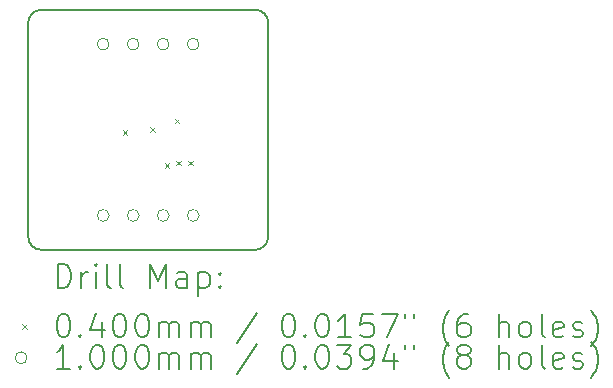
<source format=gbr>
%TF.GenerationSoftware,KiCad,Pcbnew,7.0.10*%
%TF.CreationDate,2025-02-08T17:36:18-05:00*%
%TF.ProjectId,pcb2,70636232-2e6b-4696-9361-645f70636258,rev?*%
%TF.SameCoordinates,Original*%
%TF.FileFunction,Drillmap*%
%TF.FilePolarity,Positive*%
%FSLAX45Y45*%
G04 Gerber Fmt 4.5, Leading zero omitted, Abs format (unit mm)*
G04 Created by KiCad (PCBNEW 7.0.10) date 2025-02-08 17:36:18*
%MOMM*%
%LPD*%
G01*
G04 APERTURE LIST*
%ADD10C,0.200000*%
%ADD11C,0.100000*%
G04 APERTURE END LIST*
D10*
X15070000Y-9350000D02*
G75*
G03*
X14960000Y-9460000I0J-110000D01*
G01*
X16992000Y-9460000D02*
G75*
G03*
X16882000Y-9350000I-110000J0D01*
G01*
X15070000Y-9350000D02*
X16882000Y-9350000D01*
X14960000Y-11272000D02*
G75*
G03*
X15070000Y-11382000I110000J0D01*
G01*
X14960000Y-11272000D02*
X14960000Y-9460000D01*
X16882000Y-11382000D02*
G75*
G03*
X16992000Y-11272000I0J110000D01*
G01*
X16992000Y-9460000D02*
X16992000Y-11272000D01*
X16882000Y-11382000D02*
X15070000Y-11382000D01*
D11*
X15760000Y-10370000D02*
X15800000Y-10410000D01*
X15800000Y-10370000D02*
X15760000Y-10410000D01*
X15995000Y-10345000D02*
X16035000Y-10385000D01*
X16035000Y-10345000D02*
X15995000Y-10385000D01*
X16115000Y-10647500D02*
X16155000Y-10687500D01*
X16155000Y-10647500D02*
X16115000Y-10687500D01*
X16201000Y-10271000D02*
X16241000Y-10311000D01*
X16241000Y-10271000D02*
X16201000Y-10311000D01*
X16215000Y-10627500D02*
X16255000Y-10667500D01*
X16255000Y-10627500D02*
X16215000Y-10667500D01*
X16315000Y-10627500D02*
X16355000Y-10667500D01*
X16355000Y-10627500D02*
X16315000Y-10667500D01*
X15645000Y-9641000D02*
G75*
G03*
X15545000Y-9641000I-50000J0D01*
G01*
X15545000Y-9641000D02*
G75*
G03*
X15645000Y-9641000I50000J0D01*
G01*
X15645000Y-11091000D02*
G75*
G03*
X15545000Y-11091000I-50000J0D01*
G01*
X15545000Y-11091000D02*
G75*
G03*
X15645000Y-11091000I50000J0D01*
G01*
X15899000Y-9641000D02*
G75*
G03*
X15799000Y-9641000I-50000J0D01*
G01*
X15799000Y-9641000D02*
G75*
G03*
X15899000Y-9641000I50000J0D01*
G01*
X15899000Y-11091000D02*
G75*
G03*
X15799000Y-11091000I-50000J0D01*
G01*
X15799000Y-11091000D02*
G75*
G03*
X15899000Y-11091000I50000J0D01*
G01*
X16153000Y-9641000D02*
G75*
G03*
X16053000Y-9641000I-50000J0D01*
G01*
X16053000Y-9641000D02*
G75*
G03*
X16153000Y-9641000I50000J0D01*
G01*
X16153000Y-11091000D02*
G75*
G03*
X16053000Y-11091000I-50000J0D01*
G01*
X16053000Y-11091000D02*
G75*
G03*
X16153000Y-11091000I50000J0D01*
G01*
X16407000Y-9641000D02*
G75*
G03*
X16307000Y-9641000I-50000J0D01*
G01*
X16307000Y-9641000D02*
G75*
G03*
X16407000Y-9641000I50000J0D01*
G01*
X16407000Y-11091000D02*
G75*
G03*
X16307000Y-11091000I-50000J0D01*
G01*
X16307000Y-11091000D02*
G75*
G03*
X16407000Y-11091000I50000J0D01*
G01*
D10*
X15210777Y-11703484D02*
X15210777Y-11503484D01*
X15210777Y-11503484D02*
X15258396Y-11503484D01*
X15258396Y-11503484D02*
X15286967Y-11513008D01*
X15286967Y-11513008D02*
X15306015Y-11532055D01*
X15306015Y-11532055D02*
X15315539Y-11551103D01*
X15315539Y-11551103D02*
X15325062Y-11589198D01*
X15325062Y-11589198D02*
X15325062Y-11617769D01*
X15325062Y-11617769D02*
X15315539Y-11655865D01*
X15315539Y-11655865D02*
X15306015Y-11674912D01*
X15306015Y-11674912D02*
X15286967Y-11693960D01*
X15286967Y-11693960D02*
X15258396Y-11703484D01*
X15258396Y-11703484D02*
X15210777Y-11703484D01*
X15410777Y-11703484D02*
X15410777Y-11570150D01*
X15410777Y-11608246D02*
X15420301Y-11589198D01*
X15420301Y-11589198D02*
X15429824Y-11579674D01*
X15429824Y-11579674D02*
X15448872Y-11570150D01*
X15448872Y-11570150D02*
X15467920Y-11570150D01*
X15534586Y-11703484D02*
X15534586Y-11570150D01*
X15534586Y-11503484D02*
X15525062Y-11513008D01*
X15525062Y-11513008D02*
X15534586Y-11522531D01*
X15534586Y-11522531D02*
X15544110Y-11513008D01*
X15544110Y-11513008D02*
X15534586Y-11503484D01*
X15534586Y-11503484D02*
X15534586Y-11522531D01*
X15658396Y-11703484D02*
X15639348Y-11693960D01*
X15639348Y-11693960D02*
X15629824Y-11674912D01*
X15629824Y-11674912D02*
X15629824Y-11503484D01*
X15763158Y-11703484D02*
X15744110Y-11693960D01*
X15744110Y-11693960D02*
X15734586Y-11674912D01*
X15734586Y-11674912D02*
X15734586Y-11503484D01*
X15991729Y-11703484D02*
X15991729Y-11503484D01*
X15991729Y-11503484D02*
X16058396Y-11646341D01*
X16058396Y-11646341D02*
X16125062Y-11503484D01*
X16125062Y-11503484D02*
X16125062Y-11703484D01*
X16306015Y-11703484D02*
X16306015Y-11598722D01*
X16306015Y-11598722D02*
X16296491Y-11579674D01*
X16296491Y-11579674D02*
X16277443Y-11570150D01*
X16277443Y-11570150D02*
X16239348Y-11570150D01*
X16239348Y-11570150D02*
X16220301Y-11579674D01*
X16306015Y-11693960D02*
X16286967Y-11703484D01*
X16286967Y-11703484D02*
X16239348Y-11703484D01*
X16239348Y-11703484D02*
X16220301Y-11693960D01*
X16220301Y-11693960D02*
X16210777Y-11674912D01*
X16210777Y-11674912D02*
X16210777Y-11655865D01*
X16210777Y-11655865D02*
X16220301Y-11636817D01*
X16220301Y-11636817D02*
X16239348Y-11627293D01*
X16239348Y-11627293D02*
X16286967Y-11627293D01*
X16286967Y-11627293D02*
X16306015Y-11617769D01*
X16401253Y-11570150D02*
X16401253Y-11770150D01*
X16401253Y-11579674D02*
X16420301Y-11570150D01*
X16420301Y-11570150D02*
X16458396Y-11570150D01*
X16458396Y-11570150D02*
X16477443Y-11579674D01*
X16477443Y-11579674D02*
X16486967Y-11589198D01*
X16486967Y-11589198D02*
X16496491Y-11608246D01*
X16496491Y-11608246D02*
X16496491Y-11665388D01*
X16496491Y-11665388D02*
X16486967Y-11684436D01*
X16486967Y-11684436D02*
X16477443Y-11693960D01*
X16477443Y-11693960D02*
X16458396Y-11703484D01*
X16458396Y-11703484D02*
X16420301Y-11703484D01*
X16420301Y-11703484D02*
X16401253Y-11693960D01*
X16582205Y-11684436D02*
X16591729Y-11693960D01*
X16591729Y-11693960D02*
X16582205Y-11703484D01*
X16582205Y-11703484D02*
X16572682Y-11693960D01*
X16572682Y-11693960D02*
X16582205Y-11684436D01*
X16582205Y-11684436D02*
X16582205Y-11703484D01*
X16582205Y-11579674D02*
X16591729Y-11589198D01*
X16591729Y-11589198D02*
X16582205Y-11598722D01*
X16582205Y-11598722D02*
X16572682Y-11589198D01*
X16572682Y-11589198D02*
X16582205Y-11579674D01*
X16582205Y-11579674D02*
X16582205Y-11598722D01*
D11*
X14910000Y-12012000D02*
X14950000Y-12052000D01*
X14950000Y-12012000D02*
X14910000Y-12052000D01*
D10*
X15248872Y-11923484D02*
X15267920Y-11923484D01*
X15267920Y-11923484D02*
X15286967Y-11933008D01*
X15286967Y-11933008D02*
X15296491Y-11942531D01*
X15296491Y-11942531D02*
X15306015Y-11961579D01*
X15306015Y-11961579D02*
X15315539Y-11999674D01*
X15315539Y-11999674D02*
X15315539Y-12047293D01*
X15315539Y-12047293D02*
X15306015Y-12085388D01*
X15306015Y-12085388D02*
X15296491Y-12104436D01*
X15296491Y-12104436D02*
X15286967Y-12113960D01*
X15286967Y-12113960D02*
X15267920Y-12123484D01*
X15267920Y-12123484D02*
X15248872Y-12123484D01*
X15248872Y-12123484D02*
X15229824Y-12113960D01*
X15229824Y-12113960D02*
X15220301Y-12104436D01*
X15220301Y-12104436D02*
X15210777Y-12085388D01*
X15210777Y-12085388D02*
X15201253Y-12047293D01*
X15201253Y-12047293D02*
X15201253Y-11999674D01*
X15201253Y-11999674D02*
X15210777Y-11961579D01*
X15210777Y-11961579D02*
X15220301Y-11942531D01*
X15220301Y-11942531D02*
X15229824Y-11933008D01*
X15229824Y-11933008D02*
X15248872Y-11923484D01*
X15401253Y-12104436D02*
X15410777Y-12113960D01*
X15410777Y-12113960D02*
X15401253Y-12123484D01*
X15401253Y-12123484D02*
X15391729Y-12113960D01*
X15391729Y-12113960D02*
X15401253Y-12104436D01*
X15401253Y-12104436D02*
X15401253Y-12123484D01*
X15582205Y-11990150D02*
X15582205Y-12123484D01*
X15534586Y-11913960D02*
X15486967Y-12056817D01*
X15486967Y-12056817D02*
X15610777Y-12056817D01*
X15725062Y-11923484D02*
X15744110Y-11923484D01*
X15744110Y-11923484D02*
X15763158Y-11933008D01*
X15763158Y-11933008D02*
X15772682Y-11942531D01*
X15772682Y-11942531D02*
X15782205Y-11961579D01*
X15782205Y-11961579D02*
X15791729Y-11999674D01*
X15791729Y-11999674D02*
X15791729Y-12047293D01*
X15791729Y-12047293D02*
X15782205Y-12085388D01*
X15782205Y-12085388D02*
X15772682Y-12104436D01*
X15772682Y-12104436D02*
X15763158Y-12113960D01*
X15763158Y-12113960D02*
X15744110Y-12123484D01*
X15744110Y-12123484D02*
X15725062Y-12123484D01*
X15725062Y-12123484D02*
X15706015Y-12113960D01*
X15706015Y-12113960D02*
X15696491Y-12104436D01*
X15696491Y-12104436D02*
X15686967Y-12085388D01*
X15686967Y-12085388D02*
X15677443Y-12047293D01*
X15677443Y-12047293D02*
X15677443Y-11999674D01*
X15677443Y-11999674D02*
X15686967Y-11961579D01*
X15686967Y-11961579D02*
X15696491Y-11942531D01*
X15696491Y-11942531D02*
X15706015Y-11933008D01*
X15706015Y-11933008D02*
X15725062Y-11923484D01*
X15915539Y-11923484D02*
X15934586Y-11923484D01*
X15934586Y-11923484D02*
X15953634Y-11933008D01*
X15953634Y-11933008D02*
X15963158Y-11942531D01*
X15963158Y-11942531D02*
X15972682Y-11961579D01*
X15972682Y-11961579D02*
X15982205Y-11999674D01*
X15982205Y-11999674D02*
X15982205Y-12047293D01*
X15982205Y-12047293D02*
X15972682Y-12085388D01*
X15972682Y-12085388D02*
X15963158Y-12104436D01*
X15963158Y-12104436D02*
X15953634Y-12113960D01*
X15953634Y-12113960D02*
X15934586Y-12123484D01*
X15934586Y-12123484D02*
X15915539Y-12123484D01*
X15915539Y-12123484D02*
X15896491Y-12113960D01*
X15896491Y-12113960D02*
X15886967Y-12104436D01*
X15886967Y-12104436D02*
X15877443Y-12085388D01*
X15877443Y-12085388D02*
X15867920Y-12047293D01*
X15867920Y-12047293D02*
X15867920Y-11999674D01*
X15867920Y-11999674D02*
X15877443Y-11961579D01*
X15877443Y-11961579D02*
X15886967Y-11942531D01*
X15886967Y-11942531D02*
X15896491Y-11933008D01*
X15896491Y-11933008D02*
X15915539Y-11923484D01*
X16067920Y-12123484D02*
X16067920Y-11990150D01*
X16067920Y-12009198D02*
X16077443Y-11999674D01*
X16077443Y-11999674D02*
X16096491Y-11990150D01*
X16096491Y-11990150D02*
X16125063Y-11990150D01*
X16125063Y-11990150D02*
X16144110Y-11999674D01*
X16144110Y-11999674D02*
X16153634Y-12018722D01*
X16153634Y-12018722D02*
X16153634Y-12123484D01*
X16153634Y-12018722D02*
X16163158Y-11999674D01*
X16163158Y-11999674D02*
X16182205Y-11990150D01*
X16182205Y-11990150D02*
X16210777Y-11990150D01*
X16210777Y-11990150D02*
X16229824Y-11999674D01*
X16229824Y-11999674D02*
X16239348Y-12018722D01*
X16239348Y-12018722D02*
X16239348Y-12123484D01*
X16334586Y-12123484D02*
X16334586Y-11990150D01*
X16334586Y-12009198D02*
X16344110Y-11999674D01*
X16344110Y-11999674D02*
X16363158Y-11990150D01*
X16363158Y-11990150D02*
X16391729Y-11990150D01*
X16391729Y-11990150D02*
X16410777Y-11999674D01*
X16410777Y-11999674D02*
X16420301Y-12018722D01*
X16420301Y-12018722D02*
X16420301Y-12123484D01*
X16420301Y-12018722D02*
X16429824Y-11999674D01*
X16429824Y-11999674D02*
X16448872Y-11990150D01*
X16448872Y-11990150D02*
X16477443Y-11990150D01*
X16477443Y-11990150D02*
X16496491Y-11999674D01*
X16496491Y-11999674D02*
X16506015Y-12018722D01*
X16506015Y-12018722D02*
X16506015Y-12123484D01*
X16896491Y-11913960D02*
X16725063Y-12171103D01*
X17153634Y-11923484D02*
X17172682Y-11923484D01*
X17172682Y-11923484D02*
X17191729Y-11933008D01*
X17191729Y-11933008D02*
X17201253Y-11942531D01*
X17201253Y-11942531D02*
X17210777Y-11961579D01*
X17210777Y-11961579D02*
X17220301Y-11999674D01*
X17220301Y-11999674D02*
X17220301Y-12047293D01*
X17220301Y-12047293D02*
X17210777Y-12085388D01*
X17210777Y-12085388D02*
X17201253Y-12104436D01*
X17201253Y-12104436D02*
X17191729Y-12113960D01*
X17191729Y-12113960D02*
X17172682Y-12123484D01*
X17172682Y-12123484D02*
X17153634Y-12123484D01*
X17153634Y-12123484D02*
X17134587Y-12113960D01*
X17134587Y-12113960D02*
X17125063Y-12104436D01*
X17125063Y-12104436D02*
X17115539Y-12085388D01*
X17115539Y-12085388D02*
X17106015Y-12047293D01*
X17106015Y-12047293D02*
X17106015Y-11999674D01*
X17106015Y-11999674D02*
X17115539Y-11961579D01*
X17115539Y-11961579D02*
X17125063Y-11942531D01*
X17125063Y-11942531D02*
X17134587Y-11933008D01*
X17134587Y-11933008D02*
X17153634Y-11923484D01*
X17306015Y-12104436D02*
X17315539Y-12113960D01*
X17315539Y-12113960D02*
X17306015Y-12123484D01*
X17306015Y-12123484D02*
X17296491Y-12113960D01*
X17296491Y-12113960D02*
X17306015Y-12104436D01*
X17306015Y-12104436D02*
X17306015Y-12123484D01*
X17439348Y-11923484D02*
X17458396Y-11923484D01*
X17458396Y-11923484D02*
X17477444Y-11933008D01*
X17477444Y-11933008D02*
X17486968Y-11942531D01*
X17486968Y-11942531D02*
X17496491Y-11961579D01*
X17496491Y-11961579D02*
X17506015Y-11999674D01*
X17506015Y-11999674D02*
X17506015Y-12047293D01*
X17506015Y-12047293D02*
X17496491Y-12085388D01*
X17496491Y-12085388D02*
X17486968Y-12104436D01*
X17486968Y-12104436D02*
X17477444Y-12113960D01*
X17477444Y-12113960D02*
X17458396Y-12123484D01*
X17458396Y-12123484D02*
X17439348Y-12123484D01*
X17439348Y-12123484D02*
X17420301Y-12113960D01*
X17420301Y-12113960D02*
X17410777Y-12104436D01*
X17410777Y-12104436D02*
X17401253Y-12085388D01*
X17401253Y-12085388D02*
X17391729Y-12047293D01*
X17391729Y-12047293D02*
X17391729Y-11999674D01*
X17391729Y-11999674D02*
X17401253Y-11961579D01*
X17401253Y-11961579D02*
X17410777Y-11942531D01*
X17410777Y-11942531D02*
X17420301Y-11933008D01*
X17420301Y-11933008D02*
X17439348Y-11923484D01*
X17696491Y-12123484D02*
X17582206Y-12123484D01*
X17639348Y-12123484D02*
X17639348Y-11923484D01*
X17639348Y-11923484D02*
X17620301Y-11952055D01*
X17620301Y-11952055D02*
X17601253Y-11971103D01*
X17601253Y-11971103D02*
X17582206Y-11980627D01*
X17877444Y-11923484D02*
X17782206Y-11923484D01*
X17782206Y-11923484D02*
X17772682Y-12018722D01*
X17772682Y-12018722D02*
X17782206Y-12009198D01*
X17782206Y-12009198D02*
X17801253Y-11999674D01*
X17801253Y-11999674D02*
X17848872Y-11999674D01*
X17848872Y-11999674D02*
X17867920Y-12009198D01*
X17867920Y-12009198D02*
X17877444Y-12018722D01*
X17877444Y-12018722D02*
X17886968Y-12037769D01*
X17886968Y-12037769D02*
X17886968Y-12085388D01*
X17886968Y-12085388D02*
X17877444Y-12104436D01*
X17877444Y-12104436D02*
X17867920Y-12113960D01*
X17867920Y-12113960D02*
X17848872Y-12123484D01*
X17848872Y-12123484D02*
X17801253Y-12123484D01*
X17801253Y-12123484D02*
X17782206Y-12113960D01*
X17782206Y-12113960D02*
X17772682Y-12104436D01*
X17953634Y-11923484D02*
X18086968Y-11923484D01*
X18086968Y-11923484D02*
X18001253Y-12123484D01*
X18153634Y-11923484D02*
X18153634Y-11961579D01*
X18229825Y-11923484D02*
X18229825Y-11961579D01*
X18525063Y-12199674D02*
X18515539Y-12190150D01*
X18515539Y-12190150D02*
X18496491Y-12161579D01*
X18496491Y-12161579D02*
X18486968Y-12142531D01*
X18486968Y-12142531D02*
X18477444Y-12113960D01*
X18477444Y-12113960D02*
X18467920Y-12066341D01*
X18467920Y-12066341D02*
X18467920Y-12028246D01*
X18467920Y-12028246D02*
X18477444Y-11980627D01*
X18477444Y-11980627D02*
X18486968Y-11952055D01*
X18486968Y-11952055D02*
X18496491Y-11933008D01*
X18496491Y-11933008D02*
X18515539Y-11904436D01*
X18515539Y-11904436D02*
X18525063Y-11894912D01*
X18686968Y-11923484D02*
X18648872Y-11923484D01*
X18648872Y-11923484D02*
X18629825Y-11933008D01*
X18629825Y-11933008D02*
X18620301Y-11942531D01*
X18620301Y-11942531D02*
X18601253Y-11971103D01*
X18601253Y-11971103D02*
X18591730Y-12009198D01*
X18591730Y-12009198D02*
X18591730Y-12085388D01*
X18591730Y-12085388D02*
X18601253Y-12104436D01*
X18601253Y-12104436D02*
X18610777Y-12113960D01*
X18610777Y-12113960D02*
X18629825Y-12123484D01*
X18629825Y-12123484D02*
X18667920Y-12123484D01*
X18667920Y-12123484D02*
X18686968Y-12113960D01*
X18686968Y-12113960D02*
X18696491Y-12104436D01*
X18696491Y-12104436D02*
X18706015Y-12085388D01*
X18706015Y-12085388D02*
X18706015Y-12037769D01*
X18706015Y-12037769D02*
X18696491Y-12018722D01*
X18696491Y-12018722D02*
X18686968Y-12009198D01*
X18686968Y-12009198D02*
X18667920Y-11999674D01*
X18667920Y-11999674D02*
X18629825Y-11999674D01*
X18629825Y-11999674D02*
X18610777Y-12009198D01*
X18610777Y-12009198D02*
X18601253Y-12018722D01*
X18601253Y-12018722D02*
X18591730Y-12037769D01*
X18944111Y-12123484D02*
X18944111Y-11923484D01*
X19029825Y-12123484D02*
X19029825Y-12018722D01*
X19029825Y-12018722D02*
X19020301Y-11999674D01*
X19020301Y-11999674D02*
X19001253Y-11990150D01*
X19001253Y-11990150D02*
X18972682Y-11990150D01*
X18972682Y-11990150D02*
X18953634Y-11999674D01*
X18953634Y-11999674D02*
X18944111Y-12009198D01*
X19153634Y-12123484D02*
X19134587Y-12113960D01*
X19134587Y-12113960D02*
X19125063Y-12104436D01*
X19125063Y-12104436D02*
X19115539Y-12085388D01*
X19115539Y-12085388D02*
X19115539Y-12028246D01*
X19115539Y-12028246D02*
X19125063Y-12009198D01*
X19125063Y-12009198D02*
X19134587Y-11999674D01*
X19134587Y-11999674D02*
X19153634Y-11990150D01*
X19153634Y-11990150D02*
X19182206Y-11990150D01*
X19182206Y-11990150D02*
X19201253Y-11999674D01*
X19201253Y-11999674D02*
X19210777Y-12009198D01*
X19210777Y-12009198D02*
X19220301Y-12028246D01*
X19220301Y-12028246D02*
X19220301Y-12085388D01*
X19220301Y-12085388D02*
X19210777Y-12104436D01*
X19210777Y-12104436D02*
X19201253Y-12113960D01*
X19201253Y-12113960D02*
X19182206Y-12123484D01*
X19182206Y-12123484D02*
X19153634Y-12123484D01*
X19334587Y-12123484D02*
X19315539Y-12113960D01*
X19315539Y-12113960D02*
X19306015Y-12094912D01*
X19306015Y-12094912D02*
X19306015Y-11923484D01*
X19486968Y-12113960D02*
X19467920Y-12123484D01*
X19467920Y-12123484D02*
X19429825Y-12123484D01*
X19429825Y-12123484D02*
X19410777Y-12113960D01*
X19410777Y-12113960D02*
X19401253Y-12094912D01*
X19401253Y-12094912D02*
X19401253Y-12018722D01*
X19401253Y-12018722D02*
X19410777Y-11999674D01*
X19410777Y-11999674D02*
X19429825Y-11990150D01*
X19429825Y-11990150D02*
X19467920Y-11990150D01*
X19467920Y-11990150D02*
X19486968Y-11999674D01*
X19486968Y-11999674D02*
X19496492Y-12018722D01*
X19496492Y-12018722D02*
X19496492Y-12037769D01*
X19496492Y-12037769D02*
X19401253Y-12056817D01*
X19572682Y-12113960D02*
X19591730Y-12123484D01*
X19591730Y-12123484D02*
X19629825Y-12123484D01*
X19629825Y-12123484D02*
X19648873Y-12113960D01*
X19648873Y-12113960D02*
X19658396Y-12094912D01*
X19658396Y-12094912D02*
X19658396Y-12085388D01*
X19658396Y-12085388D02*
X19648873Y-12066341D01*
X19648873Y-12066341D02*
X19629825Y-12056817D01*
X19629825Y-12056817D02*
X19601253Y-12056817D01*
X19601253Y-12056817D02*
X19582206Y-12047293D01*
X19582206Y-12047293D02*
X19572682Y-12028246D01*
X19572682Y-12028246D02*
X19572682Y-12018722D01*
X19572682Y-12018722D02*
X19582206Y-11999674D01*
X19582206Y-11999674D02*
X19601253Y-11990150D01*
X19601253Y-11990150D02*
X19629825Y-11990150D01*
X19629825Y-11990150D02*
X19648873Y-11999674D01*
X19725063Y-12199674D02*
X19734587Y-12190150D01*
X19734587Y-12190150D02*
X19753634Y-12161579D01*
X19753634Y-12161579D02*
X19763158Y-12142531D01*
X19763158Y-12142531D02*
X19772682Y-12113960D01*
X19772682Y-12113960D02*
X19782206Y-12066341D01*
X19782206Y-12066341D02*
X19782206Y-12028246D01*
X19782206Y-12028246D02*
X19772682Y-11980627D01*
X19772682Y-11980627D02*
X19763158Y-11952055D01*
X19763158Y-11952055D02*
X19753634Y-11933008D01*
X19753634Y-11933008D02*
X19734587Y-11904436D01*
X19734587Y-11904436D02*
X19725063Y-11894912D01*
D11*
X14950000Y-12296000D02*
G75*
G03*
X14850000Y-12296000I-50000J0D01*
G01*
X14850000Y-12296000D02*
G75*
G03*
X14950000Y-12296000I50000J0D01*
G01*
D10*
X15315539Y-12387484D02*
X15201253Y-12387484D01*
X15258396Y-12387484D02*
X15258396Y-12187484D01*
X15258396Y-12187484D02*
X15239348Y-12216055D01*
X15239348Y-12216055D02*
X15220301Y-12235103D01*
X15220301Y-12235103D02*
X15201253Y-12244627D01*
X15401253Y-12368436D02*
X15410777Y-12377960D01*
X15410777Y-12377960D02*
X15401253Y-12387484D01*
X15401253Y-12387484D02*
X15391729Y-12377960D01*
X15391729Y-12377960D02*
X15401253Y-12368436D01*
X15401253Y-12368436D02*
X15401253Y-12387484D01*
X15534586Y-12187484D02*
X15553634Y-12187484D01*
X15553634Y-12187484D02*
X15572682Y-12197008D01*
X15572682Y-12197008D02*
X15582205Y-12206531D01*
X15582205Y-12206531D02*
X15591729Y-12225579D01*
X15591729Y-12225579D02*
X15601253Y-12263674D01*
X15601253Y-12263674D02*
X15601253Y-12311293D01*
X15601253Y-12311293D02*
X15591729Y-12349388D01*
X15591729Y-12349388D02*
X15582205Y-12368436D01*
X15582205Y-12368436D02*
X15572682Y-12377960D01*
X15572682Y-12377960D02*
X15553634Y-12387484D01*
X15553634Y-12387484D02*
X15534586Y-12387484D01*
X15534586Y-12387484D02*
X15515539Y-12377960D01*
X15515539Y-12377960D02*
X15506015Y-12368436D01*
X15506015Y-12368436D02*
X15496491Y-12349388D01*
X15496491Y-12349388D02*
X15486967Y-12311293D01*
X15486967Y-12311293D02*
X15486967Y-12263674D01*
X15486967Y-12263674D02*
X15496491Y-12225579D01*
X15496491Y-12225579D02*
X15506015Y-12206531D01*
X15506015Y-12206531D02*
X15515539Y-12197008D01*
X15515539Y-12197008D02*
X15534586Y-12187484D01*
X15725062Y-12187484D02*
X15744110Y-12187484D01*
X15744110Y-12187484D02*
X15763158Y-12197008D01*
X15763158Y-12197008D02*
X15772682Y-12206531D01*
X15772682Y-12206531D02*
X15782205Y-12225579D01*
X15782205Y-12225579D02*
X15791729Y-12263674D01*
X15791729Y-12263674D02*
X15791729Y-12311293D01*
X15791729Y-12311293D02*
X15782205Y-12349388D01*
X15782205Y-12349388D02*
X15772682Y-12368436D01*
X15772682Y-12368436D02*
X15763158Y-12377960D01*
X15763158Y-12377960D02*
X15744110Y-12387484D01*
X15744110Y-12387484D02*
X15725062Y-12387484D01*
X15725062Y-12387484D02*
X15706015Y-12377960D01*
X15706015Y-12377960D02*
X15696491Y-12368436D01*
X15696491Y-12368436D02*
X15686967Y-12349388D01*
X15686967Y-12349388D02*
X15677443Y-12311293D01*
X15677443Y-12311293D02*
X15677443Y-12263674D01*
X15677443Y-12263674D02*
X15686967Y-12225579D01*
X15686967Y-12225579D02*
X15696491Y-12206531D01*
X15696491Y-12206531D02*
X15706015Y-12197008D01*
X15706015Y-12197008D02*
X15725062Y-12187484D01*
X15915539Y-12187484D02*
X15934586Y-12187484D01*
X15934586Y-12187484D02*
X15953634Y-12197008D01*
X15953634Y-12197008D02*
X15963158Y-12206531D01*
X15963158Y-12206531D02*
X15972682Y-12225579D01*
X15972682Y-12225579D02*
X15982205Y-12263674D01*
X15982205Y-12263674D02*
X15982205Y-12311293D01*
X15982205Y-12311293D02*
X15972682Y-12349388D01*
X15972682Y-12349388D02*
X15963158Y-12368436D01*
X15963158Y-12368436D02*
X15953634Y-12377960D01*
X15953634Y-12377960D02*
X15934586Y-12387484D01*
X15934586Y-12387484D02*
X15915539Y-12387484D01*
X15915539Y-12387484D02*
X15896491Y-12377960D01*
X15896491Y-12377960D02*
X15886967Y-12368436D01*
X15886967Y-12368436D02*
X15877443Y-12349388D01*
X15877443Y-12349388D02*
X15867920Y-12311293D01*
X15867920Y-12311293D02*
X15867920Y-12263674D01*
X15867920Y-12263674D02*
X15877443Y-12225579D01*
X15877443Y-12225579D02*
X15886967Y-12206531D01*
X15886967Y-12206531D02*
X15896491Y-12197008D01*
X15896491Y-12197008D02*
X15915539Y-12187484D01*
X16067920Y-12387484D02*
X16067920Y-12254150D01*
X16067920Y-12273198D02*
X16077443Y-12263674D01*
X16077443Y-12263674D02*
X16096491Y-12254150D01*
X16096491Y-12254150D02*
X16125063Y-12254150D01*
X16125063Y-12254150D02*
X16144110Y-12263674D01*
X16144110Y-12263674D02*
X16153634Y-12282722D01*
X16153634Y-12282722D02*
X16153634Y-12387484D01*
X16153634Y-12282722D02*
X16163158Y-12263674D01*
X16163158Y-12263674D02*
X16182205Y-12254150D01*
X16182205Y-12254150D02*
X16210777Y-12254150D01*
X16210777Y-12254150D02*
X16229824Y-12263674D01*
X16229824Y-12263674D02*
X16239348Y-12282722D01*
X16239348Y-12282722D02*
X16239348Y-12387484D01*
X16334586Y-12387484D02*
X16334586Y-12254150D01*
X16334586Y-12273198D02*
X16344110Y-12263674D01*
X16344110Y-12263674D02*
X16363158Y-12254150D01*
X16363158Y-12254150D02*
X16391729Y-12254150D01*
X16391729Y-12254150D02*
X16410777Y-12263674D01*
X16410777Y-12263674D02*
X16420301Y-12282722D01*
X16420301Y-12282722D02*
X16420301Y-12387484D01*
X16420301Y-12282722D02*
X16429824Y-12263674D01*
X16429824Y-12263674D02*
X16448872Y-12254150D01*
X16448872Y-12254150D02*
X16477443Y-12254150D01*
X16477443Y-12254150D02*
X16496491Y-12263674D01*
X16496491Y-12263674D02*
X16506015Y-12282722D01*
X16506015Y-12282722D02*
X16506015Y-12387484D01*
X16896491Y-12177960D02*
X16725063Y-12435103D01*
X17153634Y-12187484D02*
X17172682Y-12187484D01*
X17172682Y-12187484D02*
X17191729Y-12197008D01*
X17191729Y-12197008D02*
X17201253Y-12206531D01*
X17201253Y-12206531D02*
X17210777Y-12225579D01*
X17210777Y-12225579D02*
X17220301Y-12263674D01*
X17220301Y-12263674D02*
X17220301Y-12311293D01*
X17220301Y-12311293D02*
X17210777Y-12349388D01*
X17210777Y-12349388D02*
X17201253Y-12368436D01*
X17201253Y-12368436D02*
X17191729Y-12377960D01*
X17191729Y-12377960D02*
X17172682Y-12387484D01*
X17172682Y-12387484D02*
X17153634Y-12387484D01*
X17153634Y-12387484D02*
X17134587Y-12377960D01*
X17134587Y-12377960D02*
X17125063Y-12368436D01*
X17125063Y-12368436D02*
X17115539Y-12349388D01*
X17115539Y-12349388D02*
X17106015Y-12311293D01*
X17106015Y-12311293D02*
X17106015Y-12263674D01*
X17106015Y-12263674D02*
X17115539Y-12225579D01*
X17115539Y-12225579D02*
X17125063Y-12206531D01*
X17125063Y-12206531D02*
X17134587Y-12197008D01*
X17134587Y-12197008D02*
X17153634Y-12187484D01*
X17306015Y-12368436D02*
X17315539Y-12377960D01*
X17315539Y-12377960D02*
X17306015Y-12387484D01*
X17306015Y-12387484D02*
X17296491Y-12377960D01*
X17296491Y-12377960D02*
X17306015Y-12368436D01*
X17306015Y-12368436D02*
X17306015Y-12387484D01*
X17439348Y-12187484D02*
X17458396Y-12187484D01*
X17458396Y-12187484D02*
X17477444Y-12197008D01*
X17477444Y-12197008D02*
X17486968Y-12206531D01*
X17486968Y-12206531D02*
X17496491Y-12225579D01*
X17496491Y-12225579D02*
X17506015Y-12263674D01*
X17506015Y-12263674D02*
X17506015Y-12311293D01*
X17506015Y-12311293D02*
X17496491Y-12349388D01*
X17496491Y-12349388D02*
X17486968Y-12368436D01*
X17486968Y-12368436D02*
X17477444Y-12377960D01*
X17477444Y-12377960D02*
X17458396Y-12387484D01*
X17458396Y-12387484D02*
X17439348Y-12387484D01*
X17439348Y-12387484D02*
X17420301Y-12377960D01*
X17420301Y-12377960D02*
X17410777Y-12368436D01*
X17410777Y-12368436D02*
X17401253Y-12349388D01*
X17401253Y-12349388D02*
X17391729Y-12311293D01*
X17391729Y-12311293D02*
X17391729Y-12263674D01*
X17391729Y-12263674D02*
X17401253Y-12225579D01*
X17401253Y-12225579D02*
X17410777Y-12206531D01*
X17410777Y-12206531D02*
X17420301Y-12197008D01*
X17420301Y-12197008D02*
X17439348Y-12187484D01*
X17572682Y-12187484D02*
X17696491Y-12187484D01*
X17696491Y-12187484D02*
X17629825Y-12263674D01*
X17629825Y-12263674D02*
X17658396Y-12263674D01*
X17658396Y-12263674D02*
X17677444Y-12273198D01*
X17677444Y-12273198D02*
X17686968Y-12282722D01*
X17686968Y-12282722D02*
X17696491Y-12301769D01*
X17696491Y-12301769D02*
X17696491Y-12349388D01*
X17696491Y-12349388D02*
X17686968Y-12368436D01*
X17686968Y-12368436D02*
X17677444Y-12377960D01*
X17677444Y-12377960D02*
X17658396Y-12387484D01*
X17658396Y-12387484D02*
X17601253Y-12387484D01*
X17601253Y-12387484D02*
X17582206Y-12377960D01*
X17582206Y-12377960D02*
X17572682Y-12368436D01*
X17791729Y-12387484D02*
X17829825Y-12387484D01*
X17829825Y-12387484D02*
X17848872Y-12377960D01*
X17848872Y-12377960D02*
X17858396Y-12368436D01*
X17858396Y-12368436D02*
X17877444Y-12339865D01*
X17877444Y-12339865D02*
X17886968Y-12301769D01*
X17886968Y-12301769D02*
X17886968Y-12225579D01*
X17886968Y-12225579D02*
X17877444Y-12206531D01*
X17877444Y-12206531D02*
X17867920Y-12197008D01*
X17867920Y-12197008D02*
X17848872Y-12187484D01*
X17848872Y-12187484D02*
X17810777Y-12187484D01*
X17810777Y-12187484D02*
X17791729Y-12197008D01*
X17791729Y-12197008D02*
X17782206Y-12206531D01*
X17782206Y-12206531D02*
X17772682Y-12225579D01*
X17772682Y-12225579D02*
X17772682Y-12273198D01*
X17772682Y-12273198D02*
X17782206Y-12292246D01*
X17782206Y-12292246D02*
X17791729Y-12301769D01*
X17791729Y-12301769D02*
X17810777Y-12311293D01*
X17810777Y-12311293D02*
X17848872Y-12311293D01*
X17848872Y-12311293D02*
X17867920Y-12301769D01*
X17867920Y-12301769D02*
X17877444Y-12292246D01*
X17877444Y-12292246D02*
X17886968Y-12273198D01*
X18058396Y-12254150D02*
X18058396Y-12387484D01*
X18010777Y-12177960D02*
X17963158Y-12320817D01*
X17963158Y-12320817D02*
X18086968Y-12320817D01*
X18153634Y-12187484D02*
X18153634Y-12225579D01*
X18229825Y-12187484D02*
X18229825Y-12225579D01*
X18525063Y-12463674D02*
X18515539Y-12454150D01*
X18515539Y-12454150D02*
X18496491Y-12425579D01*
X18496491Y-12425579D02*
X18486968Y-12406531D01*
X18486968Y-12406531D02*
X18477444Y-12377960D01*
X18477444Y-12377960D02*
X18467920Y-12330341D01*
X18467920Y-12330341D02*
X18467920Y-12292246D01*
X18467920Y-12292246D02*
X18477444Y-12244627D01*
X18477444Y-12244627D02*
X18486968Y-12216055D01*
X18486968Y-12216055D02*
X18496491Y-12197008D01*
X18496491Y-12197008D02*
X18515539Y-12168436D01*
X18515539Y-12168436D02*
X18525063Y-12158912D01*
X18629825Y-12273198D02*
X18610777Y-12263674D01*
X18610777Y-12263674D02*
X18601253Y-12254150D01*
X18601253Y-12254150D02*
X18591730Y-12235103D01*
X18591730Y-12235103D02*
X18591730Y-12225579D01*
X18591730Y-12225579D02*
X18601253Y-12206531D01*
X18601253Y-12206531D02*
X18610777Y-12197008D01*
X18610777Y-12197008D02*
X18629825Y-12187484D01*
X18629825Y-12187484D02*
X18667920Y-12187484D01*
X18667920Y-12187484D02*
X18686968Y-12197008D01*
X18686968Y-12197008D02*
X18696491Y-12206531D01*
X18696491Y-12206531D02*
X18706015Y-12225579D01*
X18706015Y-12225579D02*
X18706015Y-12235103D01*
X18706015Y-12235103D02*
X18696491Y-12254150D01*
X18696491Y-12254150D02*
X18686968Y-12263674D01*
X18686968Y-12263674D02*
X18667920Y-12273198D01*
X18667920Y-12273198D02*
X18629825Y-12273198D01*
X18629825Y-12273198D02*
X18610777Y-12282722D01*
X18610777Y-12282722D02*
X18601253Y-12292246D01*
X18601253Y-12292246D02*
X18591730Y-12311293D01*
X18591730Y-12311293D02*
X18591730Y-12349388D01*
X18591730Y-12349388D02*
X18601253Y-12368436D01*
X18601253Y-12368436D02*
X18610777Y-12377960D01*
X18610777Y-12377960D02*
X18629825Y-12387484D01*
X18629825Y-12387484D02*
X18667920Y-12387484D01*
X18667920Y-12387484D02*
X18686968Y-12377960D01*
X18686968Y-12377960D02*
X18696491Y-12368436D01*
X18696491Y-12368436D02*
X18706015Y-12349388D01*
X18706015Y-12349388D02*
X18706015Y-12311293D01*
X18706015Y-12311293D02*
X18696491Y-12292246D01*
X18696491Y-12292246D02*
X18686968Y-12282722D01*
X18686968Y-12282722D02*
X18667920Y-12273198D01*
X18944111Y-12387484D02*
X18944111Y-12187484D01*
X19029825Y-12387484D02*
X19029825Y-12282722D01*
X19029825Y-12282722D02*
X19020301Y-12263674D01*
X19020301Y-12263674D02*
X19001253Y-12254150D01*
X19001253Y-12254150D02*
X18972682Y-12254150D01*
X18972682Y-12254150D02*
X18953634Y-12263674D01*
X18953634Y-12263674D02*
X18944111Y-12273198D01*
X19153634Y-12387484D02*
X19134587Y-12377960D01*
X19134587Y-12377960D02*
X19125063Y-12368436D01*
X19125063Y-12368436D02*
X19115539Y-12349388D01*
X19115539Y-12349388D02*
X19115539Y-12292246D01*
X19115539Y-12292246D02*
X19125063Y-12273198D01*
X19125063Y-12273198D02*
X19134587Y-12263674D01*
X19134587Y-12263674D02*
X19153634Y-12254150D01*
X19153634Y-12254150D02*
X19182206Y-12254150D01*
X19182206Y-12254150D02*
X19201253Y-12263674D01*
X19201253Y-12263674D02*
X19210777Y-12273198D01*
X19210777Y-12273198D02*
X19220301Y-12292246D01*
X19220301Y-12292246D02*
X19220301Y-12349388D01*
X19220301Y-12349388D02*
X19210777Y-12368436D01*
X19210777Y-12368436D02*
X19201253Y-12377960D01*
X19201253Y-12377960D02*
X19182206Y-12387484D01*
X19182206Y-12387484D02*
X19153634Y-12387484D01*
X19334587Y-12387484D02*
X19315539Y-12377960D01*
X19315539Y-12377960D02*
X19306015Y-12358912D01*
X19306015Y-12358912D02*
X19306015Y-12187484D01*
X19486968Y-12377960D02*
X19467920Y-12387484D01*
X19467920Y-12387484D02*
X19429825Y-12387484D01*
X19429825Y-12387484D02*
X19410777Y-12377960D01*
X19410777Y-12377960D02*
X19401253Y-12358912D01*
X19401253Y-12358912D02*
X19401253Y-12282722D01*
X19401253Y-12282722D02*
X19410777Y-12263674D01*
X19410777Y-12263674D02*
X19429825Y-12254150D01*
X19429825Y-12254150D02*
X19467920Y-12254150D01*
X19467920Y-12254150D02*
X19486968Y-12263674D01*
X19486968Y-12263674D02*
X19496492Y-12282722D01*
X19496492Y-12282722D02*
X19496492Y-12301769D01*
X19496492Y-12301769D02*
X19401253Y-12320817D01*
X19572682Y-12377960D02*
X19591730Y-12387484D01*
X19591730Y-12387484D02*
X19629825Y-12387484D01*
X19629825Y-12387484D02*
X19648873Y-12377960D01*
X19648873Y-12377960D02*
X19658396Y-12358912D01*
X19658396Y-12358912D02*
X19658396Y-12349388D01*
X19658396Y-12349388D02*
X19648873Y-12330341D01*
X19648873Y-12330341D02*
X19629825Y-12320817D01*
X19629825Y-12320817D02*
X19601253Y-12320817D01*
X19601253Y-12320817D02*
X19582206Y-12311293D01*
X19582206Y-12311293D02*
X19572682Y-12292246D01*
X19572682Y-12292246D02*
X19572682Y-12282722D01*
X19572682Y-12282722D02*
X19582206Y-12263674D01*
X19582206Y-12263674D02*
X19601253Y-12254150D01*
X19601253Y-12254150D02*
X19629825Y-12254150D01*
X19629825Y-12254150D02*
X19648873Y-12263674D01*
X19725063Y-12463674D02*
X19734587Y-12454150D01*
X19734587Y-12454150D02*
X19753634Y-12425579D01*
X19753634Y-12425579D02*
X19763158Y-12406531D01*
X19763158Y-12406531D02*
X19772682Y-12377960D01*
X19772682Y-12377960D02*
X19782206Y-12330341D01*
X19782206Y-12330341D02*
X19782206Y-12292246D01*
X19782206Y-12292246D02*
X19772682Y-12244627D01*
X19772682Y-12244627D02*
X19763158Y-12216055D01*
X19763158Y-12216055D02*
X19753634Y-12197008D01*
X19753634Y-12197008D02*
X19734587Y-12168436D01*
X19734587Y-12168436D02*
X19725063Y-12158912D01*
M02*

</source>
